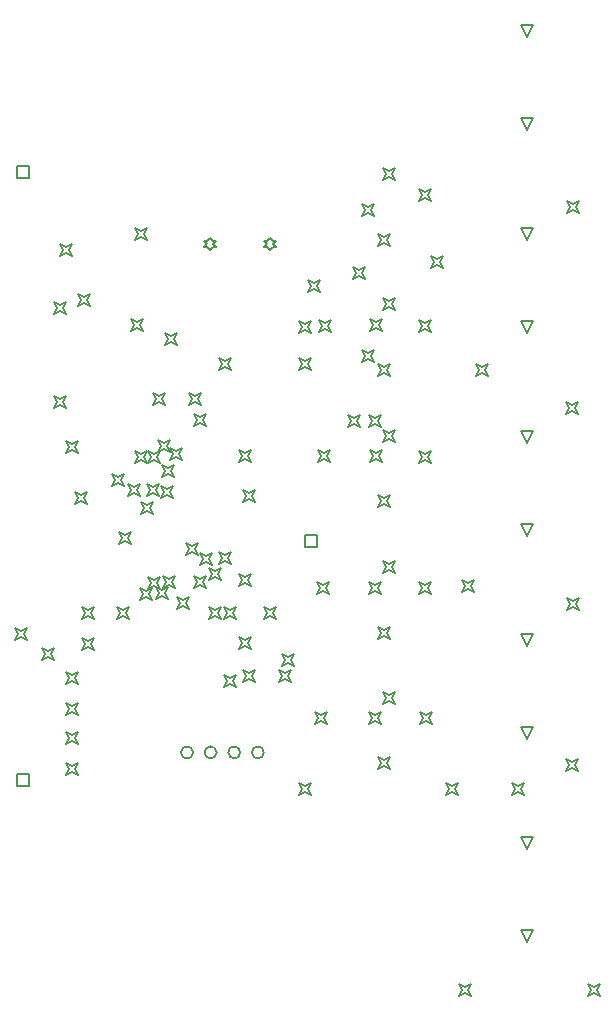
<source format=gbr>
%TF.GenerationSoftware,Altium Limited,Altium Designer,20.1.12 (249)*%
G04 Layer_Color=2752767*
%FSLAX26Y26*%
%MOIN*%
%TF.SameCoordinates,D7814EA1-E16B-4454-910B-2193EC0156EE*%
%TF.FilePolarity,Positive*%
%TF.FileFunction,Drawing*%
%TF.Part,Single*%
G01*
G75*
%TA.AperFunction,NonConductor*%
%ADD89C,0.005000*%
%ADD90C,0.006667*%
D89*
X1060000Y1570000D02*
Y1610000D01*
X1100000D01*
Y1570000D01*
X1060000D01*
X100000Y775000D02*
Y815000D01*
X140000D01*
Y775000D01*
X100000D01*
Y2800000D02*
Y2840000D01*
X140000D01*
Y2800000D01*
X100000D01*
X1800000Y1242274D02*
X1780000Y1282274D01*
X1820000D01*
X1800000Y1242274D01*
Y931250D02*
X1780000Y971250D01*
X1820000D01*
X1800000Y931250D01*
Y1918524D02*
X1780000Y1958524D01*
X1820000D01*
X1800000Y1918524D01*
Y1607500D02*
X1780000Y1647500D01*
X1820000D01*
X1800000Y1607500D01*
Y2594774D02*
X1780000Y2634774D01*
X1820000D01*
X1800000Y2594774D01*
Y2283750D02*
X1780000Y2323750D01*
X1820000D01*
X1800000Y2283750D01*
Y3271024D02*
X1780000Y3311024D01*
X1820000D01*
X1800000Y3271024D01*
Y2960000D02*
X1780000Y3000000D01*
X1820000D01*
X1800000Y2960000D01*
Y566024D02*
X1780000Y606024D01*
X1820000D01*
X1800000Y566024D01*
Y255000D02*
X1780000Y295000D01*
X1820000D01*
X1800000Y255000D01*
X745000Y2562018D02*
X755000Y2572018D01*
X765000D01*
X755000Y2582018D01*
X765000Y2592018D01*
X755000D01*
X745000Y2602018D01*
X735000Y2592018D01*
X725000D01*
X735000Y2582018D01*
X725000Y2572018D01*
X735000D01*
X745000Y2562018D01*
X945000D02*
X955000Y2572018D01*
X965000D01*
X955000Y2582018D01*
X965000Y2592018D01*
X955000D01*
X945000Y2602018D01*
X935000Y2592018D01*
X925000D01*
X935000Y2582018D01*
X925000Y2572018D01*
X935000D01*
X945000Y2562018D01*
X480000Y2290000D02*
X490000Y2310000D01*
X480000Y2330000D01*
X500000Y2320000D01*
X520000Y2330000D01*
X510000Y2310000D01*
X520000Y2290000D01*
X500000Y2300000D01*
X480000Y2290000D01*
X492349Y1852349D02*
X502349Y1872349D01*
X492349Y1892349D01*
X512349Y1882349D01*
X532349Y1892349D01*
X522349Y1872349D01*
X532349Y1852349D01*
X512349Y1862349D01*
X492349Y1852349D01*
X555000Y2045000D02*
X565000Y2065000D01*
X555000Y2085000D01*
X575000Y2075000D01*
X595000Y2085000D01*
X585000Y2065000D01*
X595000Y2045000D01*
X575000Y2055000D01*
X555000Y2045000D01*
X675000D02*
X685000Y2065000D01*
X675000Y2085000D01*
X695000Y2075000D01*
X715000Y2085000D01*
X705000Y2065000D01*
X715000Y2045000D01*
X695000Y2055000D01*
X675000Y2045000D01*
X1305000Y2575000D02*
X1315000Y2595000D01*
X1305000Y2615000D01*
X1325000Y2605000D01*
X1345000Y2615000D01*
X1335000Y2595000D01*
X1345000Y2575000D01*
X1325000Y2585000D01*
X1305000Y2575000D01*
X635000Y1365000D02*
X645000Y1385000D01*
X635000Y1405000D01*
X655000Y1395000D01*
X675000Y1405000D01*
X665000Y1385000D01*
X675000Y1365000D01*
X655000Y1375000D01*
X635000Y1365000D01*
X416620Y1775961D02*
X426620Y1795961D01*
X416620Y1815961D01*
X436620Y1805961D01*
X456620Y1815961D01*
X446620Y1795961D01*
X456620Y1775961D01*
X436620Y1785961D01*
X416620Y1775961D01*
X295000Y1715000D02*
X305000Y1735000D01*
X295000Y1755000D01*
X315000Y1745000D01*
X335000Y1755000D01*
X325000Y1735000D01*
X335000Y1715000D01*
X315000Y1725000D01*
X295000Y1715000D01*
X470000Y1740000D02*
X480000Y1760000D01*
X470000Y1780000D01*
X490000Y1770000D01*
X510000Y1780000D01*
X500000Y1760000D01*
X510000Y1740000D01*
X490000Y1750000D01*
X470000Y1740000D01*
X535000D02*
X545000Y1760000D01*
X535000Y1780000D01*
X555000Y1770000D01*
X575000Y1780000D01*
X565000Y1760000D01*
X575000Y1740000D01*
X555000Y1750000D01*
X535000Y1740000D01*
X1099427Y1416250D02*
X1109427Y1436250D01*
X1099427Y1456250D01*
X1119427Y1446250D01*
X1139427Y1456250D01*
X1129427Y1436250D01*
X1139427Y1416250D01*
X1119427Y1426250D01*
X1099427Y1416250D01*
X1480000Y2500000D02*
X1490000Y2520000D01*
X1480000Y2540000D01*
X1500000Y2530000D01*
X1520000Y2540000D01*
X1510000Y2520000D01*
X1520000Y2500000D01*
X1500000Y2510000D01*
X1480000Y2500000D01*
X1935000Y1360000D02*
X1945000Y1380000D01*
X1935000Y1400000D01*
X1955000Y1390000D01*
X1975000Y1400000D01*
X1965000Y1380000D01*
X1975000Y1360000D01*
X1955000Y1370000D01*
X1935000Y1360000D01*
X710000Y1510000D02*
X720000Y1530000D01*
X710000Y1550000D01*
X730000Y1540000D01*
X750000Y1550000D01*
X740000Y1530000D01*
X750000Y1510000D01*
X730000Y1520000D01*
X710000Y1510000D01*
X740000Y1460000D02*
X750000Y1480000D01*
X740000Y1500000D01*
X760000Y1490000D01*
X780000Y1500000D01*
X770000Y1480000D01*
X780000Y1460000D01*
X760000Y1470000D01*
X740000Y1460000D01*
X585000Y1805000D02*
X595000Y1825000D01*
X585000Y1845000D01*
X605000Y1835000D01*
X625000Y1845000D01*
X615000Y1825000D01*
X625000Y1805000D01*
X605000Y1815000D01*
X585000Y1805000D01*
X2005000Y75000D02*
X2015000Y95000D01*
X2005000Y115000D01*
X2025000Y105000D01*
X2045000Y115000D01*
X2035000Y95000D01*
X2045000Y75000D01*
X2025000Y85000D01*
X2005000Y75000D01*
X1930000Y825000D02*
X1940000Y845000D01*
X1930000Y865000D01*
X1950000Y855000D01*
X1970000Y865000D01*
X1960000Y845000D01*
X1970000Y825000D01*
X1950000Y835000D01*
X1930000Y825000D01*
X665000Y1545000D02*
X675000Y1565000D01*
X665000Y1585000D01*
X685000Y1575000D01*
X705000Y1585000D01*
X695000Y1565000D01*
X705000Y1545000D01*
X685000Y1555000D01*
X665000Y1545000D01*
X1930000Y2015000D02*
X1940000Y2035000D01*
X1930000Y2055000D01*
X1950000Y2045000D01*
X1970000Y2055000D01*
X1960000Y2035000D01*
X1970000Y2015000D01*
X1950000Y2025000D01*
X1930000Y2015000D01*
X1935000Y2685000D02*
X1945000Y2705000D01*
X1935000Y2725000D01*
X1955000Y2715000D01*
X1975000Y2725000D01*
X1965000Y2705000D01*
X1975000Y2685000D01*
X1955000Y2695000D01*
X1935000Y2685000D01*
X775000Y1515000D02*
X785000Y1535000D01*
X775000Y1555000D01*
X795000Y1545000D01*
X815000Y1555000D01*
X805000Y1535000D01*
X815000Y1515000D01*
X795000Y1525000D01*
X775000Y1515000D01*
X1750000Y745000D02*
X1760000Y765000D01*
X1750000Y785000D01*
X1770000Y775000D01*
X1790000Y785000D01*
X1780000Y765000D01*
X1790000Y745000D01*
X1770000Y755000D01*
X1750000Y745000D01*
X1530000D02*
X1540000Y765000D01*
X1530000Y785000D01*
X1550000Y775000D01*
X1570000Y785000D01*
X1560000Y765000D01*
X1570000Y745000D01*
X1550000Y755000D01*
X1530000Y745000D01*
X1575000Y75000D02*
X1585000Y95000D01*
X1575000Y115000D01*
X1595000Y105000D01*
X1615000Y115000D01*
X1605000Y95000D01*
X1615000Y75000D01*
X1595000Y85000D01*
X1575000Y75000D01*
X1040000Y745000D02*
X1050000Y765000D01*
X1040000Y785000D01*
X1060000Y775000D01*
X1080000Y785000D01*
X1070000Y765000D01*
X1080000Y745000D01*
X1060000Y755000D01*
X1040000Y745000D01*
X1585000Y1420000D02*
X1595000Y1440000D01*
X1585000Y1460000D01*
X1605000Y1450000D01*
X1625000Y1460000D01*
X1615000Y1440000D01*
X1625000Y1420000D01*
X1605000Y1430000D01*
X1585000Y1420000D01*
X1630000Y2140000D02*
X1640000Y2160000D01*
X1630000Y2180000D01*
X1650000Y2170000D01*
X1670000Y2180000D01*
X1660000Y2160000D01*
X1670000Y2140000D01*
X1650000Y2150000D01*
X1630000Y2140000D01*
X775000Y2160000D02*
X785000Y2180000D01*
X775000Y2200000D01*
X795000Y2190000D01*
X815000Y2200000D01*
X805000Y2180000D01*
X815000Y2160000D01*
X795000Y2170000D01*
X775000Y2160000D01*
X595000Y2245000D02*
X605000Y2265000D01*
X595000Y2285000D01*
X615000Y2275000D01*
X635000Y2285000D01*
X625000Y2265000D01*
X635000Y2245000D01*
X615000Y2255000D01*
X595000Y2245000D01*
X1248750Y2188750D02*
X1258750Y2208750D01*
X1248750Y2228750D01*
X1268750Y2218750D01*
X1288750Y2228750D01*
X1278750Y2208750D01*
X1288750Y2188750D01*
X1268750Y2198750D01*
X1248750Y2188750D01*
X1040000Y2160000D02*
X1050000Y2180000D01*
X1040000Y2200000D01*
X1060000Y2190000D01*
X1080000Y2200000D01*
X1070000Y2180000D01*
X1080000Y2160000D01*
X1060000Y2170000D01*
X1040000Y2160000D01*
X1105355Y2287105D02*
X1115355Y2307105D01*
X1105355Y2327105D01*
X1125355Y2317105D01*
X1145355Y2327105D01*
X1135355Y2307105D01*
X1145355Y2287105D01*
X1125355Y2297105D01*
X1105355Y2287105D01*
X1040000Y2285000D02*
X1050000Y2305000D01*
X1040000Y2325000D01*
X1060000Y2315000D01*
X1080000Y2325000D01*
X1070000Y2305000D01*
X1080000Y2285000D01*
X1060000Y2295000D01*
X1040000Y2285000D01*
X1070000Y2420000D02*
X1080000Y2440000D01*
X1070000Y2460000D01*
X1090000Y2450000D01*
X1110000Y2460000D01*
X1100000Y2440000D01*
X1110000Y2420000D01*
X1090000Y2430000D01*
X1070000Y2420000D01*
X580000Y1735000D02*
X590000Y1755000D01*
X580000Y1775000D01*
X600000Y1765000D01*
X620000Y1775000D01*
X610000Y1755000D01*
X620000Y1735000D01*
X600000Y1745000D01*
X580000Y1735000D01*
X1250000Y2675000D02*
X1260000Y2695000D01*
X1250000Y2715000D01*
X1270000Y2705000D01*
X1290000Y2715000D01*
X1280000Y2695000D01*
X1290000Y2675000D01*
X1270000Y2685000D01*
X1250000Y2675000D01*
X1220000Y2465000D02*
X1230000Y2485000D01*
X1220000Y2505000D01*
X1240000Y2495000D01*
X1260000Y2505000D01*
X1250000Y2485000D01*
X1260000Y2465000D01*
X1240000Y2475000D01*
X1220000Y2465000D01*
X495000Y2595000D02*
X505000Y2615000D01*
X495000Y2635000D01*
X515000Y2625000D01*
X535000Y2635000D01*
X525000Y2615000D01*
X535000Y2595000D01*
X515000Y2605000D01*
X495000Y2595000D01*
X245000Y2540000D02*
X255000Y2560000D01*
X245000Y2580000D01*
X265000Y2570000D01*
X285000Y2580000D01*
X275000Y2560000D01*
X285000Y2540000D01*
X265000Y2550000D01*
X245000Y2540000D01*
X305000Y2375000D02*
X315000Y2395000D01*
X305000Y2415000D01*
X325000Y2405000D01*
X345000Y2415000D01*
X335000Y2395000D01*
X345000Y2375000D01*
X325000Y2385000D01*
X305000Y2375000D01*
X185000Y1195000D02*
X195000Y1215000D01*
X185000Y1235000D01*
X205000Y1225000D01*
X225000Y1235000D01*
X215000Y1215000D01*
X225000Y1195000D01*
X205000Y1205000D01*
X185000Y1195000D01*
X95000Y1260000D02*
X105000Y1280000D01*
X95000Y1300000D01*
X115000Y1290000D01*
X135000Y1300000D01*
X125000Y1280000D01*
X135000Y1260000D01*
X115000Y1270000D01*
X95000Y1260000D01*
X265000Y1885000D02*
X275000Y1905000D01*
X265000Y1925000D01*
X285000Y1915000D01*
X305000Y1925000D01*
X295000Y1905000D01*
X305000Y1885000D01*
X285000Y1895000D01*
X265000Y1885000D01*
X855000Y1720000D02*
X865000Y1740000D01*
X855000Y1760000D01*
X875000Y1750000D01*
X895000Y1760000D01*
X885000Y1740000D01*
X895000Y1720000D01*
X875000Y1730000D01*
X855000Y1720000D01*
X840000Y1855000D02*
X850000Y1875000D01*
X840000Y1895000D01*
X860000Y1885000D01*
X880000Y1895000D01*
X870000Y1875000D01*
X880000Y1855000D01*
X860000Y1865000D01*
X840000Y1855000D01*
X855000Y1120000D02*
X865000Y1140000D01*
X855000Y1160000D01*
X875000Y1150000D01*
X895000Y1160000D01*
X885000Y1140000D01*
X895000Y1120000D01*
X875000Y1130000D01*
X855000Y1120000D01*
X975000D02*
X985000Y1140000D01*
X975000Y1160000D01*
X995000Y1150000D01*
X1015000Y1160000D01*
X1005000Y1140000D01*
X1015000Y1120000D01*
X995000Y1130000D01*
X975000Y1120000D01*
X985000Y1175000D02*
X995000Y1195000D01*
X985000Y1215000D01*
X1005000Y1205000D01*
X1025000Y1215000D01*
X1015000Y1195000D01*
X1025000Y1175000D01*
X1005000Y1185000D01*
X985000Y1175000D01*
X925000Y1330000D02*
X935000Y1350000D01*
X925000Y1370000D01*
X945000Y1360000D01*
X965000Y1370000D01*
X955000Y1350000D01*
X965000Y1330000D01*
X945000Y1340000D01*
X925000Y1330000D01*
X315591Y1229409D02*
X325591Y1249409D01*
X315591Y1269409D01*
X335591Y1259409D01*
X355591Y1269409D01*
X345591Y1249409D01*
X355591Y1229409D01*
X335591Y1239409D01*
X315591Y1229409D01*
Y1331772D02*
X325591Y1351772D01*
X315591Y1371772D01*
X335591Y1361772D01*
X355591Y1371772D01*
X345591Y1351772D01*
X355591Y1331772D01*
X335591Y1341772D01*
X315591Y1331772D01*
X434409Y1330591D02*
X444409Y1350591D01*
X434409Y1370591D01*
X454409Y1360591D01*
X474409Y1370591D01*
X464409Y1350591D01*
X474409Y1330591D01*
X454409Y1340591D01*
X434409Y1330591D01*
X510404Y1394597D02*
X520404Y1414597D01*
X510404Y1434597D01*
X530404Y1424597D01*
X550404Y1434597D01*
X540404Y1414597D01*
X550404Y1394597D01*
X530404Y1404597D01*
X510404Y1394597D01*
X588386Y1435000D02*
X598386Y1455000D01*
X588386Y1475000D01*
X608386Y1465000D01*
X628386Y1475000D01*
X618386Y1455000D01*
X628386Y1435000D01*
X608386Y1445000D01*
X588386Y1435000D01*
X537205Y1432795D02*
X547205Y1452795D01*
X537205Y1472795D01*
X557205Y1462795D01*
X577205Y1472795D01*
X567205Y1452795D01*
X577205Y1432795D01*
X557205Y1442795D01*
X537205Y1432795D01*
X562795Y1397795D02*
X572795Y1417795D01*
X562795Y1437795D01*
X582795Y1427795D01*
X602795Y1437795D01*
X592795Y1417795D01*
X602795Y1397795D01*
X582795Y1407795D01*
X562795Y1397795D01*
X265000Y810000D02*
X275000Y830000D01*
X265000Y850000D01*
X285000Y840000D01*
X305000Y850000D01*
X295000Y830000D01*
X305000Y810000D01*
X285000Y820000D01*
X265000Y810000D01*
Y915000D02*
X275000Y935000D01*
X265000Y955000D01*
X285000Y945000D01*
X305000Y955000D01*
X295000Y935000D01*
X305000Y915000D01*
X285000Y925000D01*
X265000Y915000D01*
Y1010000D02*
X275000Y1030000D01*
X265000Y1050000D01*
X285000Y1040000D01*
X305000Y1050000D01*
X295000Y1030000D01*
X305000Y1010000D01*
X285000Y1020000D01*
X265000Y1010000D01*
Y1115000D02*
X275000Y1135000D01*
X265000Y1155000D01*
X285000Y1145000D01*
X305000Y1155000D01*
X295000Y1135000D01*
X305000Y1115000D01*
X285000Y1125000D01*
X265000Y1115000D01*
X440000Y1580000D02*
X450000Y1600000D01*
X440000Y1620000D01*
X460000Y1610000D01*
X480000Y1620000D01*
X470000Y1600000D01*
X480000Y1580000D01*
X460000Y1590000D01*
X440000Y1580000D01*
X515000Y1680000D02*
X525000Y1700000D01*
X515000Y1720000D01*
X535000Y1710000D01*
X555000Y1720000D01*
X545000Y1700000D01*
X555000Y1680000D01*
X535000Y1690000D01*
X515000Y1680000D01*
X537230Y1850713D02*
X547230Y1870713D01*
X537230Y1890713D01*
X557230Y1880713D01*
X577230Y1890713D01*
X567230Y1870713D01*
X577230Y1850713D01*
X557230Y1860713D01*
X537230Y1850713D01*
X569313Y1889062D02*
X579313Y1909062D01*
X569313Y1929062D01*
X589313Y1919062D01*
X609313Y1929062D01*
X599313Y1909062D01*
X609313Y1889062D01*
X589313Y1899062D01*
X569313Y1889062D01*
X690000Y1975000D02*
X700000Y1995000D01*
X690000Y2015000D01*
X710000Y2005000D01*
X730000Y2015000D01*
X720000Y1995000D01*
X730000Y1975000D01*
X710000Y1985000D01*
X690000Y1975000D01*
X610000Y1860000D02*
X620000Y1880000D01*
X610000Y1900000D01*
X630000Y1890000D01*
X650000Y1900000D01*
X640000Y1880000D01*
X650000Y1860000D01*
X630000Y1870000D01*
X610000Y1860000D01*
X690000Y1435000D02*
X700000Y1455000D01*
X690000Y1475000D01*
X710000Y1465000D01*
X730000Y1475000D01*
X720000Y1455000D01*
X730000Y1435000D01*
X710000Y1445000D01*
X690000Y1435000D01*
X840000Y1440000D02*
X850000Y1460000D01*
X840000Y1480000D01*
X860000Y1470000D01*
X880000Y1480000D01*
X870000Y1460000D01*
X880000Y1440000D01*
X860000Y1450000D01*
X840000Y1440000D01*
X740000Y1330000D02*
X750000Y1350000D01*
X740000Y1370000D01*
X760000Y1360000D01*
X780000Y1370000D01*
X770000Y1350000D01*
X780000Y1330000D01*
X760000Y1340000D01*
X740000Y1330000D01*
X840000Y1230000D02*
X850000Y1250000D01*
X840000Y1270000D01*
X860000Y1260000D01*
X880000Y1270000D01*
X870000Y1250000D01*
X880000Y1230000D01*
X860000Y1240000D01*
X840000Y1230000D01*
X790000Y1330000D02*
X800000Y1350000D01*
X790000Y1370000D01*
X810000Y1360000D01*
X830000Y1370000D01*
X820000Y1350000D01*
X830000Y1330000D01*
X810000Y1340000D01*
X790000Y1330000D01*
Y1105000D02*
X800000Y1125000D01*
X790000Y1145000D01*
X810000Y1135000D01*
X830000Y1145000D01*
X820000Y1125000D01*
X830000Y1105000D01*
X810000Y1115000D01*
X790000Y1105000D01*
X225000Y2034183D02*
X235000Y2054183D01*
X225000Y2074183D01*
X245000Y2064183D01*
X265000Y2074183D01*
X255000Y2054183D01*
X265000Y2034183D01*
X245000Y2044183D01*
X225000Y2034183D01*
Y2349183D02*
X235000Y2369183D01*
X225000Y2389183D01*
X245000Y2379183D01*
X265000Y2389183D01*
X255000Y2369183D01*
X265000Y2349183D01*
X245000Y2359183D01*
X225000Y2349183D01*
X1275000Y1970000D02*
X1285000Y1990000D01*
X1275000Y2010000D01*
X1295000Y2000000D01*
X1315000Y2010000D01*
X1305000Y1990000D01*
X1315000Y1970000D01*
X1295000Y1980000D01*
X1275000Y1970000D01*
X1205000D02*
X1215000Y1990000D01*
X1205000Y2010000D01*
X1225000Y2000000D01*
X1245000Y2010000D01*
X1235000Y1990000D01*
X1245000Y1970000D01*
X1225000Y1980000D01*
X1205000Y1970000D01*
X1276875Y2290000D02*
X1286875Y2310000D01*
X1276875Y2330000D01*
X1296875Y2320000D01*
X1316875Y2330000D01*
X1306875Y2310000D01*
X1316875Y2290000D01*
X1296875Y2300000D01*
X1276875Y2290000D01*
X1275000Y1415000D02*
X1285000Y1435000D01*
X1275000Y1455000D01*
X1295000Y1445000D01*
X1315000Y1455000D01*
X1305000Y1435000D01*
X1315000Y1415000D01*
X1295000Y1425000D01*
X1275000Y1415000D01*
X1276562Y1855000D02*
X1286562Y1875000D01*
X1276562Y1895000D01*
X1296562Y1885000D01*
X1316562Y1895000D01*
X1306562Y1875000D01*
X1316562Y1855000D01*
X1296562Y1865000D01*
X1276562Y1855000D01*
X1105000D02*
X1115000Y1875000D01*
X1105000Y1895000D01*
X1125000Y1885000D01*
X1145000Y1895000D01*
X1135000Y1875000D01*
X1145000Y1855000D01*
X1125000Y1865000D01*
X1105000Y1855000D01*
X1095000Y980000D02*
X1105000Y1000000D01*
X1095000Y1020000D01*
X1115000Y1010000D01*
X1135000Y1020000D01*
X1125000Y1000000D01*
X1135000Y980000D01*
X1115000Y990000D01*
X1095000Y980000D01*
X1275000D02*
X1285000Y1000000D01*
X1275000Y1020000D01*
X1295000Y1010000D01*
X1315000Y1020000D01*
X1305000Y1000000D01*
X1315000Y980000D01*
X1295000Y990000D01*
X1275000Y980000D01*
X1441705Y2725000D02*
X1451705Y2745000D01*
X1441705Y2765000D01*
X1461705Y2755000D01*
X1481705Y2765000D01*
X1471705Y2745000D01*
X1481705Y2725000D01*
X1461705Y2735000D01*
X1441705Y2725000D01*
Y2288750D02*
X1451705Y2308750D01*
X1441705Y2328750D01*
X1461705Y2318750D01*
X1481705Y2328750D01*
X1471705Y2308750D01*
X1481705Y2288750D01*
X1461705Y2298750D01*
X1441705Y2288750D01*
Y1853100D02*
X1451705Y1873100D01*
X1441705Y1893100D01*
X1461705Y1883100D01*
X1481705Y1893100D01*
X1471705Y1873100D01*
X1481705Y1853100D01*
X1461705Y1863100D01*
X1441705Y1853100D01*
Y1416250D02*
X1451705Y1436250D01*
X1441705Y1456250D01*
X1461705Y1446250D01*
X1481705Y1456250D01*
X1471705Y1436250D01*
X1481705Y1416250D01*
X1461705Y1426250D01*
X1441705Y1416250D01*
X1445000Y980000D02*
X1455000Y1000000D01*
X1445000Y1020000D01*
X1465000Y1010000D01*
X1485000Y1020000D01*
X1475000Y1000000D01*
X1485000Y980000D01*
X1465000Y990000D01*
X1445000Y980000D01*
X1304527Y2140000D02*
X1314527Y2160000D01*
X1304527Y2180000D01*
X1324527Y2170000D01*
X1344527Y2180000D01*
X1334527Y2160000D01*
X1344527Y2140000D01*
X1324527Y2150000D01*
X1304527Y2140000D01*
Y1705000D02*
X1314527Y1725000D01*
X1304527Y1745000D01*
X1324527Y1735000D01*
X1344527Y1745000D01*
X1334527Y1725000D01*
X1344527Y1705000D01*
X1324527Y1715000D01*
X1304527Y1705000D01*
Y1265000D02*
X1314527Y1285000D01*
X1304527Y1305000D01*
X1324527Y1295000D01*
X1344527Y1305000D01*
X1334527Y1285000D01*
X1344527Y1265000D01*
X1324527Y1275000D01*
X1304527Y1265000D01*
Y830000D02*
X1314527Y850000D01*
X1304527Y870000D01*
X1324527Y860000D01*
X1344527Y870000D01*
X1334527Y850000D01*
X1344527Y830000D01*
X1324527Y840000D01*
X1304527Y830000D01*
X1320000Y1046900D02*
X1330000Y1066900D01*
X1320000Y1086900D01*
X1340000Y1076900D01*
X1360000Y1086900D01*
X1350000Y1066900D01*
X1360000Y1046900D01*
X1340000Y1056900D01*
X1320000Y1046900D01*
Y1485000D02*
X1330000Y1505000D01*
X1320000Y1525000D01*
X1340000Y1515000D01*
X1360000Y1525000D01*
X1350000Y1505000D01*
X1360000Y1485000D01*
X1340000Y1495000D01*
X1320000Y1485000D01*
Y1920000D02*
X1330000Y1940000D01*
X1320000Y1960000D01*
X1340000Y1950000D01*
X1360000Y1960000D01*
X1350000Y1940000D01*
X1360000Y1920000D01*
X1340000Y1930000D01*
X1320000Y1920000D01*
Y2360000D02*
X1330000Y2380000D01*
X1320000Y2400000D01*
X1340000Y2390000D01*
X1360000Y2400000D01*
X1350000Y2380000D01*
X1360000Y2360000D01*
X1340000Y2370000D01*
X1320000Y2360000D01*
Y2795000D02*
X1330000Y2815000D01*
X1320000Y2835000D01*
X1340000Y2825000D01*
X1360000Y2835000D01*
X1350000Y2815000D01*
X1360000Y2795000D01*
X1340000Y2805000D01*
X1320000Y2795000D01*
D90*
X844370Y886654D02*
G03*
X844370Y886654I-20000J0D01*
G01*
X765630D02*
G03*
X765630Y886654I-20000J0D01*
G01*
X686890D02*
G03*
X686890Y886654I-20000J0D01*
G01*
X923110D02*
G03*
X923110Y886654I-20000J0D01*
G01*
%TF.MD5,2a89fed51bccb3092d4157265ab23f21*%
M02*

</source>
